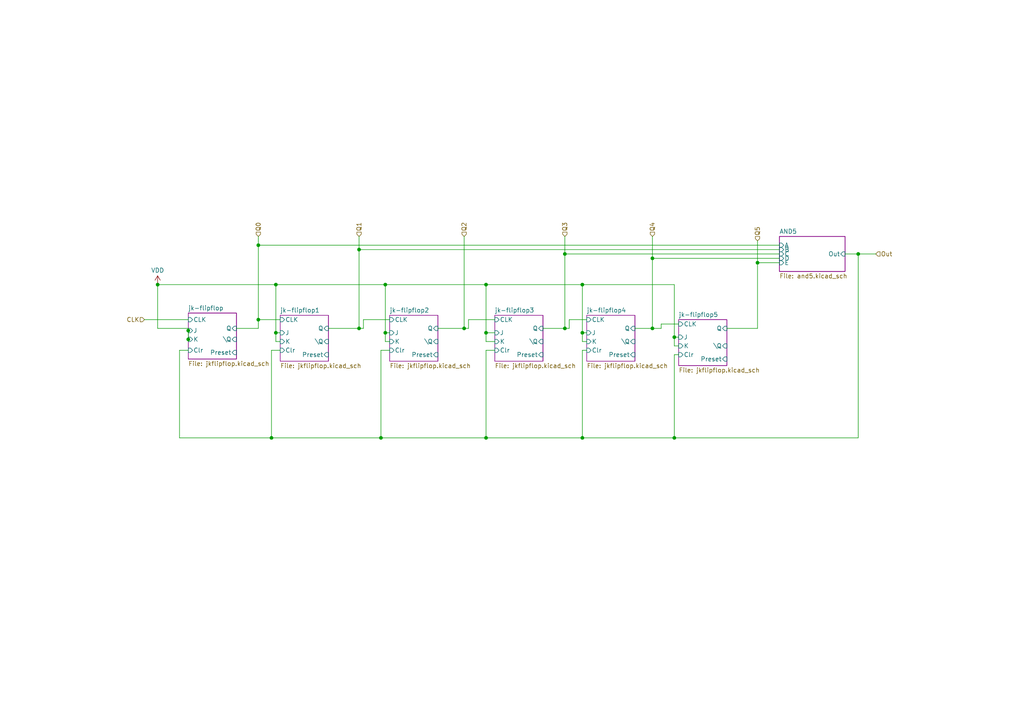
<source format=kicad_sch>
(kicad_sch (version 20250114) (generator "eeschema") (generator_version "9.0")
  (paper "A4")
  (lib_symbols
    (symbol "power:VDD" (power) (pin_numbers (hide yes)) (pin_names (offset 0) (hide yes))
      (property "Value" "VDD" (at 0 3.556 0))
      (symbol "VDD_0_1"
        (polyline (pts (xy -0.762 1.27) (xy 0 2.54)))
        (polyline (pts (xy 0 2.54) (xy 0.762 1.27)))
        (polyline (pts (xy 0 0) (xy 0 2.54)))
      )
      (symbol "VDD_1_1"
        (pin power_in line (at 0 0 90) (length 0) (name "~") (number "1"))
      )
    )
  )
  (junction (at 54.61 98.425))
  (junction (at 168.91 96.52))
  (junction (at 78.74 127))
  (junction (at 111.76 82.55))
  (junction (at 189.23 95.25))
  (junction (at 248.92 73.66))
  (junction (at 45.72 82.55))
  (junction (at 140.97 82.55))
  (junction (at 189.23 74.93))
  (junction (at 163.83 73.66))
  (junction (at 80.01 82.55))
  (junction (at 54.61 95.885))
  (junction (at 140.97 96.52))
  (junction (at 80.01 96.52))
  (junction (at 104.14 95.25))
  (junction (at 163.83 95.25))
  (junction (at 74.93 92.71))
  (junction (at 74.93 71.12))
  (junction (at 219.71 76.2))
  (junction (at 195.58 127))
  (junction (at 111.76 96.52))
  (junction (at 140.97 127))
  (junction (at 195.58 97.79))
  (junction (at 168.91 82.55))
  (junction (at 110.49 127))
  (junction (at 104.14 72.39))
  (junction (at 168.91 127))
  (junction (at 134.62 95.25))
  (wire (pts (xy 143.51 101.6) (xy 140.97 101.6)))
  (wire (pts (xy 78.74 127) (xy 110.49 127)))
  (wire (pts (xy 165.1 95.25) (xy 165.1 92.71)))
  (wire (pts (xy 80.01 96.52) (xy 81.28 96.52)))
  (wire (pts (xy 248.92 73.66) (xy 245.11 73.66)))
  (wire (pts (xy 219.71 76.2) (xy 226.06 76.2)))
  (wire (pts (xy 104.14 72.39) (xy 104.14 95.25)))
  (wire (pts (xy 80.01 82.55) (xy 111.76 82.55)))
  (wire (pts (xy 168.91 99.06) (xy 170.18 99.06)))
  (wire (pts (xy 168.91 82.55) (xy 195.58 82.55)))
  (wire (pts (xy 80.01 99.06) (xy 80.01 96.52)))
  (wire (pts (xy 219.71 95.25) (xy 219.71 76.2)))
  (wire (pts (xy 210.82 95.25) (xy 219.71 95.25)))
  (wire (pts (xy 54.61 95.25) (xy 45.72 95.25)))
  (wire (pts (xy 45.72 82.55) (xy 45.72 95.25)))
  (wire (pts (xy 78.74 101.6) (xy 78.74 127)))
  (wire (pts (xy 195.58 127) (xy 248.92 127)))
  (wire (pts (xy 111.76 96.52) (xy 113.03 96.52)))
  (wire (pts (xy 95.25 95.25) (xy 104.14 95.25)))
  (wire (pts (xy 110.49 127) (xy 140.97 127)))
  (wire (pts (xy 52.07 127) (xy 78.74 127)))
  (wire (pts (xy 111.76 82.55) (xy 140.97 82.55)))
  (wire (pts (xy 195.58 102.87) (xy 195.58 127)))
  (wire (pts (xy 189.23 74.93) (xy 226.06 74.93)))
  (wire (pts (xy 195.58 82.55) (xy 195.58 97.79)))
  (wire (pts (xy 248.92 73.66) (xy 254 73.66)))
  (wire (pts (xy 163.83 68.58) (xy 163.83 73.66)))
  (wire (pts (xy 135.89 92.71) (xy 143.51 92.71)))
  (wire (pts (xy 54.61 99.06) (xy 54.61 98.425)))
  (wire (pts (xy 74.93 68.58) (xy 74.93 71.12)))
  (wire (pts (xy 140.97 101.6) (xy 140.97 127)))
  (wire (pts (xy 41.91 92.71) (xy 54.61 92.71)))
  (wire (pts (xy 157.48 95.25) (xy 163.83 95.25)))
  (wire (pts (xy 168.91 96.52) (xy 170.18 96.52)))
  (wire (pts (xy 54.61 101.6) (xy 52.07 101.6)))
  (wire (pts (xy 105.41 92.71) (xy 113.03 92.71)))
  (wire (pts (xy 163.83 73.66) (xy 226.06 73.66)))
  (wire (pts (xy 111.76 99.06) (xy 113.03 99.06)))
  (wire (pts (xy 74.93 92.71) (xy 81.28 92.71)))
  (wire (pts (xy 189.23 95.25) (xy 191.77 95.25)))
  (wire (pts (xy 104.14 72.39) (xy 226.06 72.39)))
  (wire (pts (xy 184.15 95.25) (xy 189.23 95.25)))
  (wire (pts (xy 134.62 68.58) (xy 134.62 95.25)))
  (wire (pts (xy 110.49 101.6) (xy 110.49 127)))
  (wire (pts (xy 191.77 95.25) (xy 191.77 93.98)))
  (wire (pts (xy 81.28 101.6) (xy 78.74 101.6)))
  (wire (pts (xy 168.91 127) (xy 195.58 127)))
  (wire (pts (xy 191.77 93.98) (xy 196.85 93.98)))
  (wire (pts (xy 74.93 71.12) (xy 226.06 71.12)))
  (wire (pts (xy 163.83 73.66) (xy 163.83 95.25)))
  (wire (pts (xy 52.07 101.6) (xy 52.07 127)))
  (wire (pts (xy 189.23 74.93) (xy 189.23 95.25)))
  (wire (pts (xy 54.61 98.425) (xy 54.61 95.885)))
  (wire (pts (xy 140.97 96.52) (xy 140.97 99.06)))
  (wire (pts (xy 219.71 76.2) (xy 219.71 69.85)))
  (wire (pts (xy 248.92 127) (xy 248.92 73.66)))
  (wire (pts (xy 80.01 82.55) (xy 80.01 96.52)))
  (wire (pts (xy 45.72 82.55) (xy 80.01 82.55)))
  (wire (pts (xy 68.58 95.25) (xy 74.93 95.25)))
  (wire (pts (xy 140.97 127) (xy 168.91 127)))
  (wire (pts (xy 74.93 95.25) (xy 74.93 92.71)))
  (wire (pts (xy 140.97 82.55) (xy 140.97 96.52)))
  (wire (pts (xy 140.97 96.52) (xy 143.51 96.52)))
  (wire (pts (xy 140.97 99.06) (xy 143.51 99.06)))
  (wire (pts (xy 113.03 101.6) (xy 110.49 101.6)))
  (wire (pts (xy 134.62 95.25) (xy 135.89 95.25)))
  (wire (pts (xy 140.97 82.55) (xy 168.91 82.55)))
  (wire (pts (xy 168.91 101.6) (xy 168.91 127)))
  (wire (pts (xy 168.91 82.55) (xy 168.91 96.52)))
  (wire (pts (xy 168.91 96.52) (xy 168.91 99.06)))
  (wire (pts (xy 170.18 101.6) (xy 168.91 101.6)))
  (wire (pts (xy 195.58 97.79) (xy 196.85 97.79)))
  (wire (pts (xy 74.93 71.12) (xy 74.93 92.71)))
  (wire (pts (xy 81.28 99.06) (xy 80.01 99.06)))
  (wire (pts (xy 189.23 68.58) (xy 189.23 74.93)))
  (wire (pts (xy 104.14 68.58) (xy 104.14 72.39)))
  (wire (pts (xy 195.58 97.79) (xy 195.58 100.33)))
  (wire (pts (xy 135.89 95.25) (xy 135.89 92.71)))
  (wire (pts (xy 127 95.25) (xy 134.62 95.25)))
  (wire (pts (xy 195.58 100.33) (xy 196.85 100.33)))
  (wire (pts (xy 111.76 96.52) (xy 111.76 99.06)))
  (wire (pts (xy 105.41 95.25) (xy 105.41 92.71)))
  (wire (pts (xy 196.85 102.87) (xy 195.58 102.87)))
  (wire (pts (xy 165.1 92.71) (xy 170.18 92.71)))
  (wire (pts (xy 54.61 95.885) (xy 54.61 95.25)))
  (wire (pts (xy 104.14 95.25) (xy 105.41 95.25)))
  (wire (pts (xy 111.76 82.55) (xy 111.76 96.52)))
  (wire (pts (xy 163.83 95.25) (xy 165.1 95.25)))
  (hierarchical_label "Q1" (shape input) (at 104.14 68.58 90))
  (hierarchical_label "Q2" (shape input) (at 134.62 68.58 90))
  (hierarchical_label "Q3" (shape input) (at 163.83 68.58 90))
  (hierarchical_label "Q0" (shape input) (at 74.93 68.58 90))
  (hierarchical_label "CLK" (shape input) (at 41.91 92.71 180))
  (hierarchical_label "Q5" (shape input) (at 219.71 69.85 90))
  (hierarchical_label "Q4" (shape input) (at 189.23 68.58 90))
  (hierarchical_label "Out" (shape input) (at 254 73.66 0))
  (symbol (lib_id "power:VDD") (at 45.72 82.55 0) (unit 1)
    (property "Reference" "#PWR056" (effects (hide yes)))
    (property "Value" "VDD" (at 45.72 78.4169 0))
    (property "Description" "Power symbol creates a global label with name \"VDD\"" (effects (hide yes)))
    (instances (project "" (path "" (reference "#PWR056") (unit 1)) (path "" (reference "#PWR057") (unit 1))))
  )
  (sheet (at 170.18 91.44) (size 13.97 13.335) (stroke (width 0.1524) (color 132 0 132 1)) (fill (color 255 255 255 0.0000))
    (property "Sheetname" "jk-flipflop4" (at 170.18 90.7284 0) (effects (justify left bottom)))
    (property "Sheetfile" "jkflipflop.kicad_sch" (at 170.18 105.3596 0) (effects (justify left top)))
    (pin "CLK" input (at 170.18 92.71 180))
    (pin "Clr" input (at 170.18 101.6 180))
    (pin "J" input (at 170.18 96.52 180))
    (pin "K" input (at 170.18 99.06 180))
    (pin "Preset" input (at 184.15 102.87 0))
    (pin "Q" input (at 184.15 95.25 0))
    (pin "\\Q" input (at 184.15 99.06 0))
  )
  (sheet (at 143.51 91.44) (size 13.97 13.335) (stroke (width 0.1524) (color 132 0 132 1)) (fill (color 255 255 255 0.0000))
    (property "Sheetname" "jk-flipflop3" (at 143.51 90.7284 0) (effects (justify left bottom)))
    (property "Sheetfile" "jkflipflop.kicad_sch" (at 143.51 105.3596 0) (effects (justify left top)))
    (pin "CLK" input (at 143.51 92.71 180))
    (pin "Clr" input (at 143.51 101.6 180))
    (pin "J" input (at 143.51 96.52 180))
    (pin "K" input (at 143.51 99.06 180))
    (pin "Preset" input (at 157.48 102.87 0))
    (pin "Q" input (at 157.48 95.25 0))
    (pin "\\Q" input (at 157.48 99.06 0))
  )
  (sheet (at 113.03 91.44) (size 13.97 13.335) (stroke (width 0.1524) (color 132 0 132 1)) (fill (color 255 255 255 0.0000))
    (property "Sheetname" "jk-flipflop2" (at 113.03 90.7284 0) (effects (justify left bottom)))
    (property "Sheetfile" "jkflipflop.kicad_sch" (at 113.03 105.3596 0) (effects (justify left top)))
    (pin "CLK" input (at 113.03 92.71 180))
    (pin "Clr" input (at 113.03 101.6 180))
    (pin "J" input (at 113.03 96.52 180))
    (pin "K" input (at 113.03 99.06 180))
    (pin "Preset" input (at 127 102.87 0))
    (pin "Q" input (at 127 95.25 0))
    (pin "\\Q" input (at 127 99.06 0))
  )
  (sheet (at 54.61 90.805) (size 13.97 13.335) (stroke (width 0.1524) (color 132 0 132 1)) (fill (color 255 255 255 0.0000))
    (property "Sheetname" "jk-flipflop" (at 54.61 90.0934 0) (effects (justify left bottom)))
    (property "Sheetfile" "jkflipflop.kicad_sch" (at 54.61 104.7246 0) (effects (justify left top)))
    (pin "CLK" input (at 54.61 92.71 180))
    (pin "Clr" input (at 54.61 101.6 180))
    (pin "J" input (at 54.61 95.885 180))
    (pin "K" input (at 54.61 98.425 180))
    (pin "Preset" input (at 68.58 102.235 0))
    (pin "Q" input (at 68.58 95.25 0))
    (pin "\\Q" input (at 68.58 98.425 0))
  )
  (sheet (at 196.85 92.71) (size 13.97 13.335) (stroke (width 0.1524) (color 132 0 132 1)) (fill (color 255 255 255 0.0000))
    (property "Sheetname" "jk-flipflop5" (at 196.85 91.9984 0) (effects (justify left bottom)))
    (property "Sheetfile" "jkflipflop.kicad_sch" (at 196.85 106.6296 0) (effects (justify left top)))
    (pin "CLK" input (at 196.85 93.98 180))
    (pin "Clr" input (at 196.85 102.87 180))
    (pin "J" input (at 196.85 97.79 180))
    (pin "K" input (at 196.85 100.33 180))
    (pin "Preset" input (at 210.82 104.14 0))
    (pin "Q" input (at 210.82 95.25 0))
    (pin "\\Q" input (at 210.82 100.33 0))
  )
  (sheet (at 226.06 68.58) (size 19.05 10.16) (stroke (width 0.1524) (color 132 0 132 1)) (fill (color 255 255 255 0.0000))
    (property "Sheetname" "AND5" (at 226.06 67.8684 0) (effects (justify left bottom)))
    (property "Sheetfile" "and5.kicad_sch" (at 226.06 79.3246 0) (effects (justify left top)))
    (pin "A" input (at 226.06 71.12 180))
    (pin "B" input (at 226.06 72.39 180))
    (pin "C" input (at 226.06 73.66 180))
    (pin "D" input (at 226.06 74.93 180))
    (pin "E" input (at 226.06 76.2 180))
    (pin "Out" input (at 245.11 73.66 0))
  )
  (sheet (at 81.28 91.44) (size 13.97 13.335) (stroke (width 0.1524) (color 132 0 132 1)) (fill (color 255 255 255 0.0000))
    (property "Sheetname" "jk-flipflop1" (at 81.28 90.7284 0) (effects (justify left bottom)))
    (property "Sheetfile" "jkflipflop.kicad_sch" (at 81.28 105.3596 0) (effects (justify left top)))
    (pin "CLK" input (at 81.28 92.71 180))
    (pin "Clr" input (at 81.28 101.6 180))
    (pin "J" input (at 81.28 96.52 180))
    (pin "K" input (at 81.28 99.06 180))
    (pin "Preset" input (at 95.25 102.87 0))
    (pin "Q" input (at 95.25 95.25 0))
    (pin "\\Q" input (at 95.25 99.06 0))
  )
)
</source>
